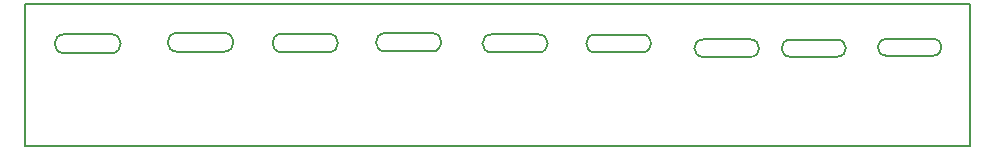
<source format=gbr>
G04 #@! TF.GenerationSoftware,KiCad,Pcbnew,(5.1.2)-1*
G04 #@! TF.CreationDate,2019-05-13T23:52:54-07:00*
G04 #@! TF.ProjectId,slot-tester,736c6f74-2d74-4657-9374-65722e6b6963,rev?*
G04 #@! TF.SameCoordinates,Original*
G04 #@! TF.FileFunction,Profile,NP*
%FSLAX46Y46*%
G04 Gerber Fmt 4.6, Leading zero omitted, Abs format (unit mm)*
G04 Created by KiCad (PCBNEW (5.1.2)-1) date 2019-05-13 23:52:54*
%MOMM*%
%LPD*%
G04 APERTURE LIST*
%ADD10C,0.200000*%
G04 APERTURE END LIST*
D10*
X101257138Y-156756679D02*
X101257138Y-168756679D01*
X101257138Y-168756679D02*
X21257139Y-168756679D01*
X90044905Y-159739347D02*
X86044905Y-159739347D01*
X38135186Y-159166678D02*
G75*
G02X38135186Y-160746678I0J-790000D01*
G01*
X55753624Y-159186679D02*
G75*
G02X55753624Y-160726679I0J-770000D01*
G01*
X73537673Y-159306679D02*
G75*
G02X73537673Y-160806679I0J-750000D01*
G01*
X51753624Y-160726679D02*
G75*
G02X51753624Y-159186679I0J770000D01*
G01*
X42990000Y-160800000D02*
G75*
G02X42990000Y-159240000I0J780000D01*
G01*
X28576031Y-159277766D02*
G75*
G02X28576031Y-160877766I0J-800000D01*
G01*
X28576031Y-159277766D02*
X24576031Y-159277766D01*
X21257139Y-156756679D02*
X21257139Y-168756679D01*
X73537673Y-159306679D02*
X69537673Y-159306679D01*
X82680673Y-159716679D02*
X78680673Y-159716679D01*
X38135186Y-160746678D02*
X34135186Y-160746678D01*
X98170190Y-159681090D02*
X94170190Y-159681090D01*
X82680673Y-159716679D02*
G75*
G02X82680673Y-161196679I0J-740000D01*
G01*
X64759440Y-159295568D02*
G75*
G02X64759440Y-160815568I0J-760000D01*
G01*
X46990000Y-159240000D02*
X42990000Y-159240000D01*
X101257138Y-156756679D02*
X21257139Y-156756679D01*
X24576031Y-160877766D02*
G75*
G02X24576031Y-159277766I0J800000D01*
G01*
X73537673Y-160806679D02*
X69537673Y-160806679D01*
X28576031Y-160877766D02*
X24576031Y-160877766D01*
X46990000Y-160800000D02*
X42990000Y-160800000D01*
X38135186Y-159166678D02*
X34135186Y-159166678D01*
X98170190Y-161081090D02*
X94170190Y-161081090D01*
X86044905Y-161179347D02*
G75*
G02X86044905Y-159739347I0J720000D01*
G01*
X64759440Y-159295568D02*
X60759440Y-159295568D01*
X90044905Y-161179347D02*
X86044905Y-161179347D01*
X78680673Y-161196679D02*
G75*
G02X78680673Y-159716679I0J740000D01*
G01*
X60759440Y-160815568D02*
G75*
G02X60759440Y-159295568I0J760000D01*
G01*
X94170190Y-161081090D02*
G75*
G02X94170190Y-159681090I0J700000D01*
G01*
X64759440Y-160815568D02*
X60759440Y-160815568D01*
X82680673Y-161196679D02*
X78680673Y-161196679D01*
X90044905Y-159739347D02*
G75*
G02X90044905Y-161179347I0J-720000D01*
G01*
X98170190Y-159681090D02*
G75*
G02X98170190Y-161081090I0J-700000D01*
G01*
X34135186Y-160746678D02*
G75*
G02X34135186Y-159166678I0J790000D01*
G01*
X55753624Y-160726679D02*
X51753624Y-160726679D01*
X55753624Y-159186679D02*
X51753624Y-159186679D01*
X69537673Y-160806679D02*
G75*
G02X69537673Y-159306679I0J750000D01*
G01*
X46990000Y-159240000D02*
G75*
G02X46990000Y-160800000I0J-780000D01*
G01*
M02*

</source>
